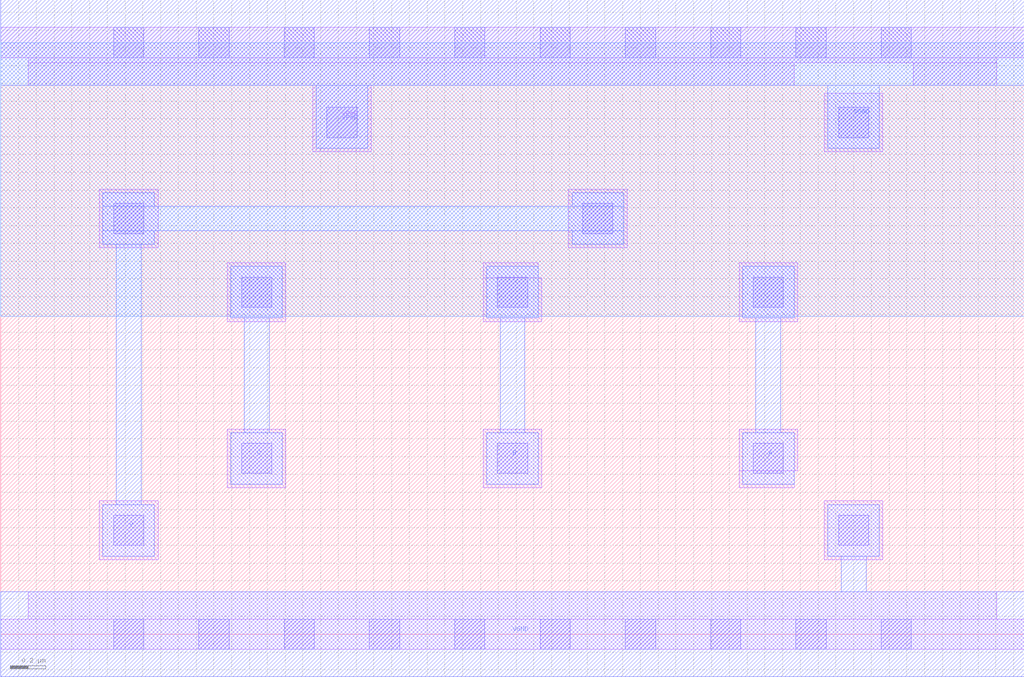
<source format=lef>
VERSION 5.7 ;
  NOWIREEXTENSIONATPIN ON ;
  DIVIDERCHAR "/" ;
  BUSBITCHARS "[]" ;
MACRO NAND3X1
  CLASS CORE ;
  FOREIGN NAND3X1 ;
  ORIGIN 0.000 0.000 ;
  SIZE 5.760 BY 3.330 ;
  SYMMETRY X Y ;
  SITE unit ;
  PIN A
    ANTENNAGATEAREA 0.189000 ;
    PORT
      LAYER met1 ;
        RECT 4.175 1.780 4.465 2.070 ;
        RECT 4.250 1.135 4.390 1.780 ;
        RECT 4.175 0.845 4.465 1.135 ;
    END
  END A
  PIN B
    ANTENNAGATEAREA 0.189000 ;
    PORT
      LAYER met1 ;
        RECT 2.735 1.780 3.025 2.070 ;
        RECT 2.810 1.135 2.950 1.780 ;
        RECT 2.735 0.845 3.025 1.135 ;
    END
  END B
  PIN C
    ANTENNAGATEAREA 0.189000 ;
    PORT
      LAYER met1 ;
        RECT 1.295 1.780 1.585 2.070 ;
        RECT 1.370 1.135 1.510 1.780 ;
        RECT 1.295 0.845 1.585 1.135 ;
    END
  END C
  PIN VGND
    ANTENNADIFFAREA 0.352100 ;
    PORT
      LAYER met1 ;
        RECT 4.655 0.440 4.945 0.730 ;
        RECT 4.730 0.240 4.870 0.440 ;
        RECT 0.000 -0.240 5.760 0.240 ;
    END
    PORT
      LAYER met1 ;
        RECT 0.000 3.090 5.760 3.570 ;
        RECT 1.775 2.735 2.065 3.090 ;
        RECT 4.655 2.735 4.945 3.090 ;
    END
  END VGND
  PIN VPWR
    ANTENNADIFFAREA 1.083600 ;
    PORT
      LAYER li1 ;
        RECT 0.000 3.245 5.760 3.415 ;
        RECT 0.155 3.215 5.605 3.245 ;
        RECT 0.155 3.090 4.465 3.215 ;
        RECT 5.135 3.090 5.605 3.215 ;
        RECT 1.755 2.715 2.085 3.090 ;
      LAYER mcon ;
        RECT 0.635 3.245 0.805 3.415 ;
        RECT 1.115 3.245 1.285 3.415 ;
        RECT 1.595 3.245 1.765 3.415 ;
        RECT 2.075 3.245 2.245 3.415 ;
        RECT 2.555 3.245 2.725 3.415 ;
        RECT 3.035 3.245 3.205 3.415 ;
        RECT 3.515 3.245 3.685 3.415 ;
        RECT 3.995 3.245 4.165 3.415 ;
        RECT 4.475 3.245 4.645 3.415 ;
        RECT 4.955 3.245 5.125 3.415 ;
        RECT 1.835 2.795 2.005 2.965 ;
    END
  END VPWR
  PIN Y
    ANTENNADIFFAREA 2.131200 ;
    PORT
      LAYER met1 ;
        RECT 0.575 2.410 0.865 2.485 ;
        RECT 3.215 2.410 3.505 2.485 ;
        RECT 0.575 2.270 3.505 2.410 ;
        RECT 0.575 2.195 0.865 2.270 ;
        RECT 3.215 2.195 3.505 2.270 ;
        RECT 0.650 0.730 0.790 2.195 ;
        RECT 0.575 0.440 0.865 0.730 ;
    END
  END Y
  OBS
      LAYER nwell ;
        RECT 0.000 1.790 5.760 3.330 ;
      LAYER li1 ;
        RECT 4.635 2.715 4.965 3.045 ;
        RECT 0.555 2.175 0.885 2.505 ;
        RECT 3.195 2.175 3.525 2.505 ;
        RECT 1.275 1.760 1.605 2.090 ;
        RECT 2.715 2.005 3.025 2.090 ;
        RECT 2.715 1.760 3.045 2.005 ;
        RECT 4.155 1.760 4.485 2.090 ;
        RECT 1.275 0.825 1.605 1.155 ;
        RECT 2.715 0.825 3.045 1.155 ;
        RECT 4.155 0.920 4.485 1.155 ;
        RECT 4.155 0.825 4.465 0.920 ;
        RECT 0.555 0.420 0.885 0.750 ;
        RECT 4.635 0.420 4.965 0.750 ;
        RECT 0.155 0.085 5.605 0.240 ;
        RECT 0.000 -0.085 5.760 0.085 ;
      LAYER mcon ;
        RECT 4.715 2.795 4.885 2.965 ;
        RECT 0.635 2.255 0.805 2.425 ;
        RECT 3.275 2.255 3.445 2.425 ;
        RECT 1.355 1.840 1.525 2.010 ;
        RECT 2.795 1.840 2.965 2.010 ;
        RECT 4.235 1.840 4.405 2.010 ;
        RECT 1.355 0.905 1.525 1.075 ;
        RECT 2.795 0.905 2.965 1.075 ;
        RECT 4.235 0.905 4.405 1.075 ;
        RECT 0.635 0.500 0.805 0.670 ;
        RECT 4.715 0.500 4.885 0.670 ;
        RECT 0.635 -0.085 0.805 0.085 ;
        RECT 1.115 -0.085 1.285 0.085 ;
        RECT 1.595 -0.085 1.765 0.085 ;
        RECT 2.075 -0.085 2.245 0.085 ;
        RECT 2.555 -0.085 2.725 0.085 ;
        RECT 3.035 -0.085 3.205 0.085 ;
        RECT 3.515 -0.085 3.685 0.085 ;
        RECT 3.995 -0.085 4.165 0.085 ;
        RECT 4.475 -0.085 4.645 0.085 ;
        RECT 4.955 -0.085 5.125 0.085 ;
  END
END NAND3X1
END LIBRARY


</source>
